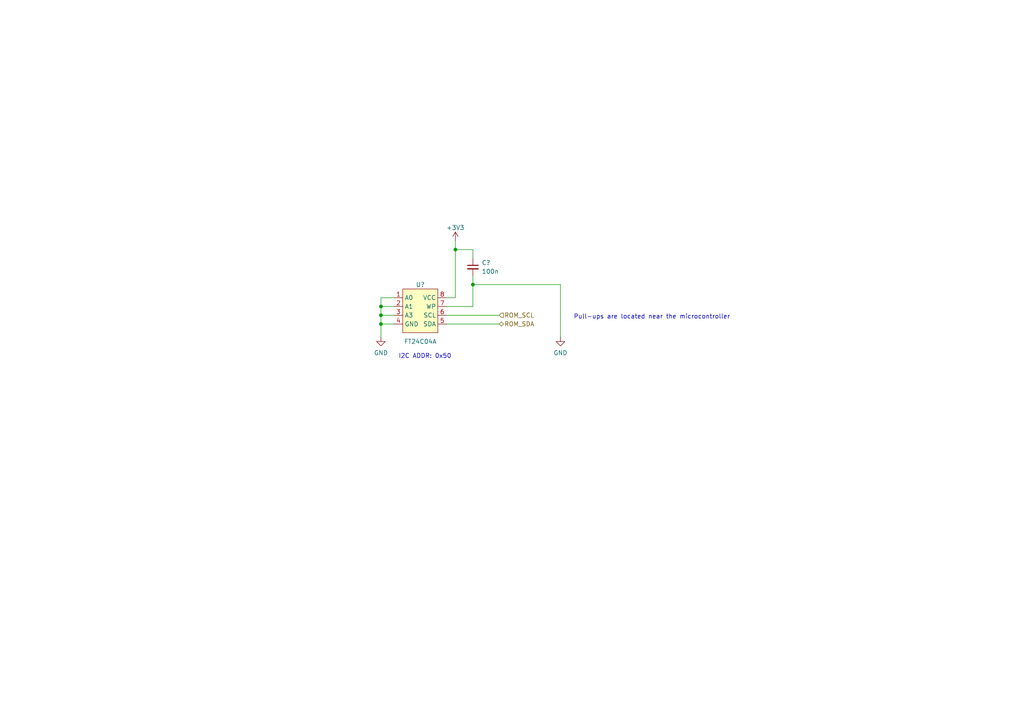
<source format=kicad_sch>
(kicad_sch (version 20230121) (generator eeschema)
  (paper "A4")
  (title_block (title "EEPROM") (date "2023-03-17") (rev "1") (company "Cuprum77"))
  (lib_symbols
    (symbol "Cuprum:24C04"
      (property "Reference" "U" (at 0 7.62 0))
      (symbol "24C04_0_1"
        (rectangle (start -5.08 6.35) (end 5.08 -6.35) (fill (type background)))
      )
      (symbol "24C04_1_1"
        (pin input line (at -7.62 3.81 0) (length 2.54) (name "A0") (number "1"))
        (pin input line (at -7.62 1.27 0) (length 2.54) (name "A1") (number "2"))
        (pin input line (at -7.62 -1.27 0) (length 2.54) (name "A3") (number "3"))
        (pin input line (at -7.62 -3.81 0) (length 2.54) (name "GND") (number "4"))
        (pin input line (at 7.62 -3.81 180) (length 2.54) (name "SDA") (number "5"))
        (pin input line (at 7.62 -1.27 180) (length 2.54) (name "SCL") (number "6"))
        (pin input line (at 7.62 1.27 180) (length 2.54) (name "WP") (number "7"))
        (pin input line (at 7.62 3.81 180) (length 2.54) (name "VCC") (number "8"))
      )
    )
    (symbol "Device:C_Small" (pin_numbers hide) (pin_names (offset 0.254) hide)
      (property "Reference" "C" (at 0.254 1.778 0))
      (property "Value" "C_Small" (at 0.254 -2.032 0))
      (symbol "C_Small_0_1"
        (polyline (pts (xy -1.524 -0.508) (xy 1.524 -0.508)) (stroke (width 0.3302)))
        (polyline (pts (xy -1.524 0.508) (xy 1.524 0.508)) (stroke (width 0.3048)))
      )
      (symbol "C_Small_1_1"
        (pin passive line (at 0 2.54 270) (length 2.032) (name "~") (number "1"))
        (pin passive line (at 0 -2.54 90) (length 2.032) (name "~") (number "2"))
      )
    )
    (symbol "power:+3V3" (power) (pin_names (offset 0))
      (property "Value" "+3V3" (at 0 3.556 0))
      (symbol "+3V3_0_1"
        (polyline (pts (xy -0.762 1.27) (xy 0 2.54)))
        (polyline (pts (xy 0 0) (xy 0 2.54)))
        (polyline (pts (xy 0 2.54) (xy 0.762 1.27)))
      )
      (symbol "+3V3_1_1"
        (pin power_in line (at 0 0 90) (length 0) hide (name "+3V3") (number "1"))
      )
    )
    (symbol "power:GND" (power) (pin_names (offset 0))
      (property "Value" "GND" (at 0 -3.81 0))
      (symbol "GND_0_1"
        (polyline (pts (xy 0 0) (xy 0 -1.27) (xy 1.27 -1.27) (xy 0 -2.54) (xy -1.27 -1.27) (xy 0 -1.27)))
      )
      (symbol "GND_1_1"
        (pin power_in line (at 0 0 270) (length 0) hide (name "GND") (number "1"))
      )
    )
  )
  (junction (at 110.49 88.9))
  (junction (at 110.49 93.98))
  (junction (at 137.16 82.55))
  (junction (at 110.49 91.44))
  (junction (at 132.08 72.39))
  (wire (pts (xy 137.16 88.9) (xy 137.16 82.55)))
  (wire (pts (xy 162.56 82.55) (xy 137.16 82.55)))
  (wire (pts (xy 110.49 88.9) (xy 114.3 88.9)))
  (wire (pts (xy 137.16 74.93) (xy 137.16 72.39)))
  (wire (pts (xy 129.54 88.9) (xy 137.16 88.9)))
  (wire (pts (xy 132.08 72.39) (xy 132.08 86.36)))
  (wire (pts (xy 110.49 97.79) (xy 110.49 93.98)))
  (wire (pts (xy 110.49 93.98) (xy 110.49 91.44)))
  (wire (pts (xy 110.49 86.36) (xy 114.3 86.36)))
  (wire (pts (xy 129.54 86.36) (xy 132.08 86.36)))
  (wire (pts (xy 162.56 82.55) (xy 162.56 97.79)))
  (wire (pts (xy 137.16 82.55) (xy 137.16 80.01)))
  (wire (pts (xy 129.54 91.44) (xy 144.78 91.44)))
  (wire (pts (xy 129.54 93.98) (xy 144.78 93.98)))
  (wire (pts (xy 132.08 69.85) (xy 132.08 72.39)))
  (wire (pts (xy 110.49 91.44) (xy 110.49 88.9)))
  (wire (pts (xy 110.49 91.44) (xy 114.3 91.44)))
  (wire (pts (xy 110.49 88.9) (xy 110.49 86.36)))
  (wire (pts (xy 110.49 93.98) (xy 114.3 93.98)))
  (wire (pts (xy 137.16 72.39) (xy 132.08 72.39)))
  (text "Pull-ups are located near the microcontroller" (at 166.37 92.71 0) (effects (font (size 1.27 1.27)) (justify left bottom)))
  (text "I2C ADDR: 0x50" (at 115.57 104.14 0) (effects (font (size 1.27 1.27)) (justify left bottom)))
  (hierarchical_label "ROM_SDA" (shape bidirectional) (at 144.78 93.98 0))
  (hierarchical_label "ROM_SCL" (shape input) (at 144.78 91.44 0))
  (symbol (lib_id "power:GND") (at 162.56 97.79 0) (unit 1)
    (property "Reference" "#PWR?" (effects hide))
    (property "Value" "GND" (at 162.56 102.3525 0))
    (instances (project "USB-PD" (path "" (reference "#PWR?") (unit 1)) (path "" (reference "#PWR014") (unit 1))))
  )
  (symbol (lib_id "Device:C_Small") (at 137.16 77.47 0) (unit 1)
    (property "Reference" "C?" (at 139.7 76.2062 0) (effects (justify left)))
    (property "Value" "100n" (at 139.7 78.7462 0) (effects (justify left)))
    (property "Footprint" "KiCAD Library:C_0603_1608Metric" (effects hide))
    (instances (project "USB-PD" (path "" (reference "C?") (unit 1)) (path "" (reference "C31") (unit 1))))
  )
  (symbol (lib_id "power:GND") (at 110.49 97.79 0) (unit 1)
    (property "Reference" "#PWR?" (effects hide))
    (property "Value" "GND" (at 110.49 102.3525 0))
    (instances (project "USB-PD" (path "" (reference "#PWR?") (unit 1)) (path "" (reference "#PWR05") (unit 1))))
  )
  (symbol (lib_id "power:+3V3") (at 132.08 69.85 0) (unit 1)
    (property "Reference" "#PWR?" (effects hide))
    (property "Value" "+3V3" (at 132.08 66.04 0))
    (instances (project "USB-PD" (path "" (reference "#PWR?") (unit 1)) (path "" (reference "#PWR013") (unit 1))))
  )
  (symbol (lib_id "Cuprum:24C04") (at 121.92 90.17 0) (unit 1)
    (property "Reference" "U?" (at 121.92 82.55 0))
    (property "Value" "FT24C04A" (at 121.92 99.06 0))
    (property "Footprint" "Package_SO:SOIC-8_3.9x4.9mm_P1.27mm" (effects hide))
    (instances (project "USB-PD" (path "" (reference "U?") (unit 1)) (path "" (reference "U3") (unit 1))))
  )
)
</source>
